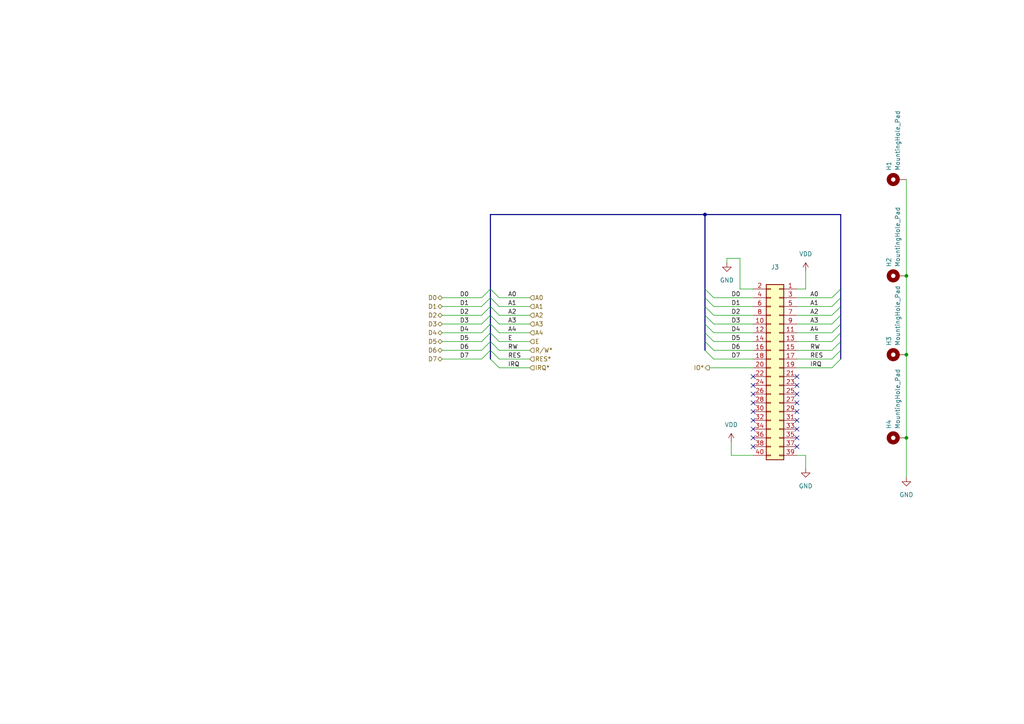
<source format=kicad_sch>
(kicad_sch
	(version 20231120)
	(generator "eeschema")
	(generator_version "8.0")
	(uuid "8686eae7-3c1a-4a76-958f-a44b15eff1a1")
	(paper "A4")
	(title_block
		(title "M8 Game Board 2.1")
		(date "2024-10-15")
	)
	(lib_symbols
		(symbol "Connector_Generic:Conn_02x20_Odd_Even"
			(pin_names
				(offset 1.016) hide)
			(exclude_from_sim no)
			(in_bom yes)
			(on_board yes)
			(property "Reference" "J"
				(at 1.27 25.4 0)
				(effects
					(font
						(size 1.27 1.27)
					)
				)
			)
			(property "Value" "Conn_02x20_Odd_Even"
				(at 1.27 -27.94 0)
				(effects
					(font
						(size 1.27 1.27)
					)
				)
			)
			(property "Footprint" ""
				(at 0 0 0)
				(effects
					(font
						(size 1.27 1.27)
					)
					(hide yes)
				)
			)
			(property "Datasheet" "~"
				(at 0 0 0)
				(effects
					(font
						(size 1.27 1.27)
					)
					(hide yes)
				)
			)
			(property "Description" "Generic connector, double row, 02x20, odd/even pin numbering scheme (row 1 odd numbers, row 2 even numbers), script generated (kicad-library-utils/schlib/autogen/connector/)"
				(at 0 0 0)
				(effects
					(font
						(size 1.27 1.27)
					)
					(hide yes)
				)
			)
			(property "ki_keywords" "connector"
				(at 0 0 0)
				(effects
					(font
						(size 1.27 1.27)
					)
					(hide yes)
				)
			)
			(property "ki_fp_filters" "Connector*:*_2x??_*"
				(at 0 0 0)
				(effects
					(font
						(size 1.27 1.27)
					)
					(hide yes)
				)
			)
			(symbol "Conn_02x20_Odd_Even_1_1"
				(rectangle
					(start -1.27 -25.273)
					(end 0 -25.527)
					(stroke
						(width 0.1524)
						(type default)
					)
					(fill
						(type none)
					)
				)
				(rectangle
					(start -1.27 -22.733)
					(end 0 -22.987)
					(stroke
						(width 0.1524)
						(type default)
					)
					(fill
						(type none)
					)
				)
				(rectangle
					(start -1.27 -20.193)
					(end 0 -20.447)
					(stroke
						(width 0.1524)
						(type default)
					)
					(fill
						(type none)
					)
				)
				(rectangle
					(start -1.27 -17.653)
					(end 0 -17.907)
					(stroke
						(width 0.1524)
						(type default)
					)
					(fill
						(type none)
					)
				)
				(rectangle
					(start -1.27 -15.113)
					(end 0 -15.367)
					(stroke
						(width 0.1524)
						(type default)
					)
					(fill
						(type none)
					)
				)
				(rectangle
					(start -1.27 -12.573)
					(end 0 -12.827)
					(stroke
						(width 0.1524)
						(type default)
					)
					(fill
						(type none)
					)
				)
				(rectangle
					(start -1.27 -10.033)
					(end 0 -10.287)
					(stroke
						(width 0.1524)
						(type default)
					)
					(fill
						(type none)
					)
				)
				(rectangle
					(start -1.27 -7.493)
					(end 0 -7.747)
					(stroke
						(width 0.1524)
						(type default)
					)
					(fill
						(type none)
					)
				)
				(rectangle
					(start -1.27 -4.953)
					(end 0 -5.207)
					(stroke
						(width 0.1524)
						(type default)
					)
					(fill
						(type none)
					)
				)
				(rectangle
					(start -1.27 -2.413)
					(end 0 -2.667)
					(stroke
						(width 0.1524)
						(type default)
					)
					(fill
						(type none)
					)
				)
				(rectangle
					(start -1.27 0.127)
					(end 0 -0.127)
					(stroke
						(width 0.1524)
						(type default)
					)
					(fill
						(type none)
					)
				)
				(rectangle
					(start -1.27 2.667)
					(end 0 2.413)
					(stroke
						(width 0.1524)
						(type default)
					)
					(fill
						(type none)
					)
				)
				(rectangle
					(start -1.27 5.207)
					(end 0 4.953)
					(stroke
						(width 0.1524)
						(type default)
					)
					(fill
						(type none)
					)
				)
				(rectangle
					(start -1.27 7.747)
					(end 0 7.493)
					(stroke
						(width 0.1524)
						(type default)
					)
					(fill
						(type none)
					)
				)
				(rectangle
					(start -1.27 10.287)
					(end 0 10.033)
					(stroke
						(width 0.1524)
						(type default)
					)
					(fill
						(type none)
					)
				)
				(rectangle
					(start -1.27 12.827)
					(end 0 12.573)
					(stroke
						(width 0.1524)
						(type default)
					)
					(fill
						(type none)
					)
				)
				(rectangle
					(start -1.27 15.367)
					(end 0 15.113)
					(stroke
						(width 0.1524)
						(type default)
					)
					(fill
						(type none)
					)
				)
				(rectangle
					(start -1.27 17.907)
					(end 0 17.653)
					(stroke
						(width 0.1524)
						(type default)
					)
					(fill
						(type none)
					)
				)
				(rectangle
					(start -1.27 20.447)
					(end 0 20.193)
					(stroke
						(width 0.1524)
						(type default)
					)
					(fill
						(type none)
					)
				)
				(rectangle
					(start -1.27 22.987)
					(end 0 22.733)
					(stroke
						(width 0.1524)
						(type default)
					)
					(fill
						(type none)
					)
				)
				(rectangle
					(start -1.27 24.13)
					(end 3.81 -26.67)
					(stroke
						(width 0.254)
						(type default)
					)
					(fill
						(type background)
					)
				)
				(rectangle
					(start 3.81 -25.273)
					(end 2.54 -25.527)
					(stroke
						(width 0.1524)
						(type default)
					)
					(fill
						(type none)
					)
				)
				(rectangle
					(start 3.81 -22.733)
					(end 2.54 -22.987)
					(stroke
						(width 0.1524)
						(type default)
					)
					(fill
						(type none)
					)
				)
				(rectangle
					(start 3.81 -20.193)
					(end 2.54 -20.447)
					(stroke
						(width 0.1524)
						(type default)
					)
					(fill
						(type none)
					)
				)
				(rectangle
					(start 3.81 -17.653)
					(end 2.54 -17.907)
					(stroke
						(width 0.1524)
						(type default)
					)
					(fill
						(type none)
					)
				)
				(rectangle
					(start 3.81 -15.113)
					(end 2.54 -15.367)
					(stroke
						(width 0.1524)
						(type default)
					)
					(fill
						(type none)
					)
				)
				(rectangle
					(start 3.81 -12.573)
					(end 2.54 -12.827)
					(stroke
						(width 0.1524)
						(type default)
					)
					(fill
						(type none)
					)
				)
				(rectangle
					(start 3.81 -10.033)
					(end 2.54 -10.287)
					(stroke
						(width 0.1524)
						(type default)
					)
					(fill
						(type none)
					)
				)
				(rectangle
					(start 3.81 -7.493)
					(end 2.54 -7.747)
					(stroke
						(width 0.1524)
						(type default)
					)
					(fill
						(type none)
					)
				)
				(rectangle
					(start 3.81 -4.953)
					(end 2.54 -5.207)
					(stroke
						(width 0.1524)
						(type default)
					)
					(fill
						(type none)
					)
				)
				(rectangle
					(start 3.81 -2.413)
					(end 2.54 -2.667)
					(stroke
						(width 0.1524)
						(type default)
					)
					(fill
						(type none)
					)
				)
				(rectangle
					(start 3.81 0.127)
					(end 2.54 -0.127)
					(stroke
						(width 0.1524)
						(type default)
					)
					(fill
						(type none)
					)
				)
				(rectangle
					(start 3.81 2.667)
					(end 2.54 2.413)
					(stroke
						(width 0.1524)
						(type default)
					)
					(fill
						(type none)
					)
				)
				(rectangle
					(start 3.81 5.207)
					(end 2.54 4.953)
					(stroke
						(width 0.1524)
						(type default)
					)
					(fill
						(type none)
					)
				)
				(rectangle
					(start 3.81 7.747)
					(end 2.54 7.493)
					(stroke
						(width 0.1524)
						(type default)
					)
					(fill
						(type none)
					)
				)
				(rectangle
					(start 3.81 10.287)
					(end 2.54 10.033)
					(stroke
						(width 0.1524)
						(type default)
					)
					(fill
						(type none)
					)
				)
				(rectangle
					(start 3.81 12.827)
					(end 2.54 12.573)
					(stroke
						(width 0.1524)
						(type default)
					)
					(fill
						(type none)
					)
				)
				(rectangle
					(start 3.81 15.367)
					(end 2.54 15.113)
					(stroke
						(width 0.1524)
						(type default)
					)
					(fill
						(type none)
					)
				)
				(rectangle
					(start 3.81 17.907)
					(end 2.54 17.653)
					(stroke
						(width 0.1524)
						(type default)
					)
					(fill
						(type none)
					)
				)
				(rectangle
					(start 3.81 20.447)
					(end 2.54 20.193)
					(stroke
						(width 0.1524)
						(type default)
					)
					(fill
						(type none)
					)
				)
				(rectangle
					(start 3.81 22.987)
					(end 2.54 22.733)
					(stroke
						(width 0.1524)
						(type default)
					)
					(fill
						(type none)
					)
				)
				(pin passive line
					(at -5.08 22.86 0)
					(length 3.81)
					(name "Pin_1"
						(effects
							(font
								(size 1.27 1.27)
							)
						)
					)
					(number "1"
						(effects
							(font
								(size 1.27 1.27)
							)
						)
					)
				)
				(pin passive line
					(at 7.62 12.7 180)
					(length 3.81)
					(name "Pin_10"
						(effects
							(font
								(size 1.27 1.27)
							)
						)
					)
					(number "10"
						(effects
							(font
								(size 1.27 1.27)
							)
						)
					)
				)
				(pin passive line
					(at -5.08 10.16 0)
					(length 3.81)
					(name "Pin_11"
						(effects
							(font
								(size 1.27 1.27)
							)
						)
					)
					(number "11"
						(effects
							(font
								(size 1.27 1.27)
							)
						)
					)
				)
				(pin passive line
					(at 7.62 10.16 180)
					(length 3.81)
					(name "Pin_12"
						(effects
							(font
								(size 1.27 1.27)
							)
						)
					)
					(number "12"
						(effects
							(font
								(size 1.27 1.27)
							)
						)
					)
				)
				(pin passive line
					(at -5.08 7.62 0)
					(length 3.81)
					(name "Pin_13"
						(effects
							(font
								(size 1.27 1.27)
							)
						)
					)
					(number "13"
						(effects
							(font
								(size 1.27 1.27)
							)
						)
					)
				)
				(pin passive line
					(at 7.62 7.62 180)
					(length 3.81)
					(name "Pin_14"
						(effects
							(font
								(size 1.27 1.27)
							)
						)
					)
					(number "14"
						(effects
							(font
								(size 1.27 1.27)
							)
						)
					)
				)
				(pin passive line
					(at -5.08 5.08 0)
					(length 3.81)
					(name "Pin_15"
						(effects
							(font
								(size 1.27 1.27)
							)
						)
					)
					(number "15"
						(effects
							(font
								(size 1.27 1.27)
							)
						)
					)
				)
				(pin passive line
					(at 7.62 5.08 180)
					(length 3.81)
					(name "Pin_16"
						(effects
							(font
								(size 1.27 1.27)
							)
						)
					)
					(number "16"
						(effects
							(font
								(size 1.27 1.27)
							)
						)
					)
				)
				(pin passive line
					(at -5.08 2.54 0)
					(length 3.81)
					(name "Pin_17"
						(effects
							(font
								(size 1.27 1.27)
							)
						)
					)
					(number "17"
						(effects
							(font
								(size 1.27 1.27)
							)
						)
					)
				)
				(pin passive line
					(at 7.62 2.54 180)
					(length 3.81)
					(name "Pin_18"
						(effects
							(font
								(size 1.27 1.27)
							)
						)
					)
					(number "18"
						(effects
							(font
								(size 1.27 1.27)
							)
						)
					)
				)
				(pin passive line
					(at -5.08 0 0)
					(length 3.81)
					(name "Pin_19"
						(effects
							(font
								(size 1.27 1.27)
							)
						)
					)
					(number "19"
						(effects
							(font
								(size 1.27 1.27)
							)
						)
					)
				)
				(pin passive line
					(at 7.62 22.86 180)
					(length 3.81)
					(name "Pin_2"
						(effects
							(font
								(size 1.27 1.27)
							)
						)
					)
					(number "2"
						(effects
							(font
								(size 1.27 1.27)
							)
						)
					)
				)
				(pin passive line
					(at 7.62 0 180)
					(length 3.81)
					(name "Pin_20"
						(effects
							(font
								(size 1.27 1.27)
							)
						)
					)
					(number "20"
						(effects
							(font
								(size 1.27 1.27)
							)
						)
					)
				)
				(pin passive line
					(at -5.08 -2.54 0)
					(length 3.81)
					(name "Pin_21"
						(effects
							(font
								(size 1.27 1.27)
							)
						)
					)
					(number "21"
						(effects
							(font
								(size 1.27 1.27)
							)
						)
					)
				)
				(pin passive line
					(at 7.62 -2.54 180)
					(length 3.81)
					(name "Pin_22"
						(effects
							(font
								(size 1.27 1.27)
							)
						)
					)
					(number "22"
						(effects
							(font
								(size 1.27 1.27)
							)
						)
					)
				)
				(pin passive line
					(at -5.08 -5.08 0)
					(length 3.81)
					(name "Pin_23"
						(effects
							(font
								(size 1.27 1.27)
							)
						)
					)
					(number "23"
						(effects
							(font
								(size 1.27 1.27)
							)
						)
					)
				)
				(pin passive line
					(at 7.62 -5.08 180)
					(length 3.81)
					(name "Pin_24"
						(effects
							(font
								(size 1.27 1.27)
							)
						)
					)
					(number "24"
						(effects
							(font
								(size 1.27 1.27)
							)
						)
					)
				)
				(pin passive line
					(at -5.08 -7.62 0)
					(length 3.81)
					(name "Pin_25"
						(effects
							(font
								(size 1.27 1.27)
							)
						)
					)
					(number "25"
						(effects
							(font
								(size 1.27 1.27)
							)
						)
					)
				)
				(pin passive line
					(at 7.62 -7.62 180)
					(length 3.81)
					(name "Pin_26"
						(effects
							(font
								(size 1.27 1.27)
							)
						)
					)
					(number "26"
						(effects
							(font
								(size 1.27 1.27)
							)
						)
					)
				)
				(pin passive line
					(at -5.08 -10.16 0)
					(length 3.81)
					(name "Pin_27"
						(effects
							(font
								(size 1.27 1.27)
							)
						)
					)
					(number "27"
						(effects
							(font
								(size 1.27 1.27)
							)
						)
					)
				)
				(pin passive line
					(at 7.62 -10.16 180)
					(length 3.81)
					(name "Pin_28"
						(effects
							(font
								(size 1.27 1.27)
							)
						)
					)
					(number "28"
						(effects
							(font
								(size 1.27 1.27)
							)
						)
					)
				)
				(pin passive line
					(at -5.08 -12.7 0)
					(length 3.81)
					(name "Pin_29"
						(effects
							(font
								(size 1.27 1.27)
							)
						)
					)
					(number "29"
						(effects
							(font
								(size 1.27 1.27)
							)
						)
					)
				)
				(pin passive line
					(at -5.08 20.32 0)
					(length 3.81)
					(name "Pin_3"
						(effects
							(font
								(size 1.27 1.27)
							)
						)
					)
					(number "3"
						(effects
							(font
								(size 1.27 1.27)
							)
						)
					)
				)
				(pin passive line
					(at 7.62 -12.7 180)
					(length 3.81)
					(name "Pin_30"
						(effects
							(font
								(size 1.27 1.27)
							)
						)
					)
					(number "30"
						(effects
							(font
								(size 1.27 1.27)
							)
						)
					)
				)
				(pin passive line
					(at -5.08 -15.24 0)
					(length 3.81)
					(name "Pin_31"
						(effects
							(font
								(size 1.27 1.27)
							)
						)
					)
					(number "31"
						(effects
							(font
								(size 1.27 1.27)
							)
						)
					)
				)
				(pin passive line
					(at 7.62 -15.24 180)
					(length 3.81)
					(name "Pin_32"
						(effects
							(font
								(size 1.27 1.27)
							)
						)
					)
					(number "32"
						(effects
							(font
								(size 1.27 1.27)
							)
						)
					)
				)
				(pin passive line
					(at -5.08 -17.78 0)
					(length 3.81)
					(name "Pin_33"
						(effects
							(font
								(size 1.27 1.27)
							)
						)
					)
					(number "33"
						(effects
							(font
								(size 1.27 1.27)
							)
						)
					)
				)
				(pin passive line
					(at 7.62 -17.78 180)
					(length 3.81)
					(name "Pin_34"
						(effects
							(font
								(size 1.27 1.27)
							)
						)
					)
					(number "34"
						(effects
							(font
								(size 1.27 1.27)
							)
						)
					)
				)
				(pin passive line
					(at -5.08 -20.32 0)
					(length 3.81)
					(name "Pin_35"
						(effects
							(font
								(size 1.27 1.27)
							)
						)
					)
					(number "35"
						(effects
							(font
								(size 1.27 1.27)
							)
						)
					)
				)
				(pin passive line
					(at 7.62 -20.32 180)
					(length 3.81)
					(name "Pin_36"
						(effects
							(font
								(size 1.27 1.27)
							)
						)
					)
					(number "36"
						(effects
							(font
								(size 1.27 1.27)
							)
						)
					)
				)
				(pin passive line
					(at -5.08 -22.86 0)
					(length 3.81)
					(name "Pin_37"
						(effects
							(font
								(size 1.27 1.27)
							)
						)
					)
					(number "37"
						(effects
							(font
								(size 1.27 1.27)
							)
						)
					)
				)
				(pin passive line
					(at 7.62 -22.86 180)
					(length 3.81)
					(name "Pin_38"
						(effects
							(font
								(size 1.27 1.27)
							)
						)
					)
					(number "38"
						(effects
							(font
								(size 1.27 1.27)
							)
						)
					)
				)
				(pin passive line
					(at -5.08 -25.4 0)
					(length 3.81)
					(name "Pin_39"
						(effects
							(font
								(size 1.27 1.27)
							)
						)
					)
					(number "39"
						(effects
							(font
								(size 1.27 1.27)
							)
						)
					)
				)
				(pin passive line
					(at 7.62 20.32 180)
					(length 3.81)
					(name "Pin_4"
						(effects
							(font
								(size 1.27 1.27)
							)
						)
					)
					(number "4"
						(effects
							(font
								(size 1.27 1.27)
							)
						)
					)
				)
				(pin passive line
					(at 7.62 -25.4 180)
					(length 3.81)
					(name "Pin_40"
						(effects
							(font
								(size 1.27 1.27)
							)
						)
					)
					(number "40"
						(effects
							(font
								(size 1.27 1.27)
							)
						)
					)
				)
				(pin passive line
					(at -5.08 17.78 0)
					(length 3.81)
					(name "Pin_5"
						(effects
							(font
								(size 1.27 1.27)
							)
						)
					)
					(number "5"
						(effects
							(font
								(size 1.27 1.27)
							)
						)
					)
				)
				(pin passive line
					(at 7.62 17.78 180)
					(length 3.81)
					(name "Pin_6"
						(effects
							(font
								(size 1.27 1.27)
							)
						)
					)
					(number "6"
						(effects
							(font
								(size 1.27 1.27)
							)
						)
					)
				)
				(pin passive line
					(at -5.08 15.24 0)
					(length 3.81)
					(name "Pin_7"
						(effects
							(font
								(size 1.27 1.27)
							)
						)
					)
					(number "7"
						(effects
							(font
								(size 1.27 1.27)
							)
						)
					)
				)
				(pin passive line
					(at 7.62 15.24 180)
					(length 3.81)
					(name "Pin_8"
						(effects
							(font
								(size 1.27 1.27)
							)
						)
					)
					(number "8"
						(effects
							(font
								(size 1.27 1.27)
							)
						)
					)
				)
				(pin passive line
					(at -5.08 12.7 0)
					(length 3.81)
					(name "Pin_9"
						(effects
							(font
								(size 1.27 1.27)
							)
						)
					)
					(number "9"
						(effects
							(font
								(size 1.27 1.27)
							)
						)
					)
				)
			)
		)
		(symbol "Mechanical:MountingHole_Pad"
			(pin_numbers hide)
			(pin_names
				(offset 1.016) hide)
			(exclude_from_sim no)
			(in_bom yes)
			(on_board yes)
			(property "Reference" "H"
				(at 0 6.35 0)
				(effects
					(font
						(size 1.27 1.27)
					)
				)
			)
			(property "Value" "MountingHole_Pad"
				(at 0 4.445 0)
				(effects
					(font
						(size 1.27 1.27)
					)
				)
			)
			(property "Footprint" ""
				(at 0 0 0)
				(effects
					(font
						(size 1.27 1.27)
					)
					(hide yes)
				)
			)
			(property "Datasheet" "~"
				(at 0 0 0)
				(effects
					(font
						(size 1.27 1.27)
					)
					(hide yes)
				)
			)
			(property "Description" "Mounting Hole with connection"
				(at 0 0 0)
				(effects
					(font
						(size 1.27 1.27)
					)
					(hide yes)
				)
			)
			(property "ki_keywords" "mounting hole"
				(at 0 0 0)
				(effects
					(font
						(size 1.27 1.27)
					)
					(hide yes)
				)
			)
			(property "ki_fp_filters" "MountingHole*Pad*"
				(at 0 0 0)
				(effects
					(font
						(size 1.27 1.27)
					)
					(hide yes)
				)
			)
			(symbol "MountingHole_Pad_0_1"
				(circle
					(center 0 1.27)
					(radius 1.27)
					(stroke
						(width 1.27)
						(type default)
					)
					(fill
						(type none)
					)
				)
			)
			(symbol "MountingHole_Pad_1_1"
				(pin input line
					(at 0 -2.54 90)
					(length 2.54)
					(name "1"
						(effects
							(font
								(size 1.27 1.27)
							)
						)
					)
					(number "1"
						(effects
							(font
								(size 1.27 1.27)
							)
						)
					)
				)
			)
		)
		(symbol "power:GND"
			(power)
			(pin_names
				(offset 0)
			)
			(exclude_from_sim no)
			(in_bom yes)
			(on_board yes)
			(property "Reference" "#PWR"
				(at 0 -6.35 0)
				(effects
					(font
						(size 1.27 1.27)
					)
					(hide yes)
				)
			)
			(property "Value" "GND"
				(at 0 -3.81 0)
				(effects
					(font
						(size 1.27 1.27)
					)
				)
			)
			(property "Footprint" ""
				(at 0 0 0)
				(effects
					(font
						(size 1.27 1.27)
					)
					(hide yes)
				)
			)
			(property "Datasheet" ""
				(at 0 0 0)
				(effects
					(font
						(size 1.27 1.27)
					)
					(hide yes)
				)
			)
			(property "Description" "Power symbol creates a global label with name \"GND\" , ground"
				(at 0 0 0)
				(effects
					(font
						(size 1.27 1.27)
					)
					(hide yes)
				)
			)
			(property "ki_keywords" "power-flag"
				(at 0 0 0)
				(effects
					(font
						(size 1.27 1.27)
					)
					(hide yes)
				)
			)
			(symbol "GND_0_1"
				(polyline
					(pts
						(xy 0 0) (xy 0 -1.27) (xy 1.27 -1.27) (xy 0 -2.54) (xy -1.27 -1.27) (xy 0 -1.27)
					)
					(stroke
						(width 0)
						(type default)
					)
					(fill
						(type none)
					)
				)
			)
			(symbol "GND_1_1"
				(pin power_in line
					(at 0 0 270)
					(length 0) hide
					(name "GND"
						(effects
							(font
								(size 1.27 1.27)
							)
						)
					)
					(number "1"
						(effects
							(font
								(size 1.27 1.27)
							)
						)
					)
				)
			)
		)
		(symbol "power:VDD"
			(power)
			(pin_names
				(offset 0)
			)
			(exclude_from_sim no)
			(in_bom yes)
			(on_board yes)
			(property "Reference" "#PWR"
				(at 0 -3.81 0)
				(effects
					(font
						(size 1.27 1.27)
					)
					(hide yes)
				)
			)
			(property "Value" "VDD"
				(at 0 3.81 0)
				(effects
					(font
						(size 1.27 1.27)
					)
				)
			)
			(property "Footprint" ""
				(at 0 0 0)
				(effects
					(font
						(size 1.27 1.27)
					)
					(hide yes)
				)
			)
			(property "Datasheet" ""
				(at 0 0 0)
				(effects
					(font
						(size 1.27 1.27)
					)
					(hide yes)
				)
			)
			(property "Description" "Power symbol creates a global label with name \"VDD\""
				(at 0 0 0)
				(effects
					(font
						(size 1.27 1.27)
					)
					(hide yes)
				)
			)
			(property "ki_keywords" "power-flag"
				(at 0 0 0)
				(effects
					(font
						(size 1.27 1.27)
					)
					(hide yes)
				)
			)
			(symbol "VDD_0_1"
				(polyline
					(pts
						(xy -0.762 1.27) (xy 0 2.54)
					)
					(stroke
						(width 0)
						(type default)
					)
					(fill
						(type none)
					)
				)
				(polyline
					(pts
						(xy 0 0) (xy 0 2.54)
					)
					(stroke
						(width 0)
						(type default)
					)
					(fill
						(type none)
					)
				)
				(polyline
					(pts
						(xy 0 2.54) (xy 0.762 1.27)
					)
					(stroke
						(width 0)
						(type default)
					)
					(fill
						(type none)
					)
				)
			)
			(symbol "VDD_1_1"
				(pin power_in line
					(at 0 0 90)
					(length 0) hide
					(name "VDD"
						(effects
							(font
								(size 1.27 1.27)
							)
						)
					)
					(number "1"
						(effects
							(font
								(size 1.27 1.27)
							)
						)
					)
				)
			)
		)
	)
	(junction
		(at 262.89 80.01)
		(diameter 0)
		(color 0 0 0 0)
		(uuid "217e94c6-ed64-4988-a516-229d061e9ba7")
	)
	(junction
		(at 262.89 102.87)
		(diameter 0)
		(color 0 0 0 0)
		(uuid "dcca1e4f-138c-4b31-ba99-897865e9e1f5")
	)
	(junction
		(at 204.47 62.23)
		(diameter 0)
		(color 0 0 0 0)
		(uuid "e0d8f535-4a6d-48eb-b582-4ef2cb4d2675")
	)
	(junction
		(at 262.89 127)
		(diameter 0)
		(color 0 0 0 0)
		(uuid "e77c2bd7-4cfc-43af-9981-024f6cfaa162")
	)
	(no_connect
		(at 231.14 129.54)
		(uuid "001aa4ed-a462-4df8-97ed-c984e810a33a")
	)
	(no_connect
		(at 218.44 116.84)
		(uuid "02567059-3acf-4a93-bc25-8ef6e778c9c3")
	)
	(no_connect
		(at 218.44 127)
		(uuid "17e114d7-f386-4798-bd7c-8e7210bcd8df")
	)
	(no_connect
		(at 218.44 111.76)
		(uuid "2c2b2532-7616-4a52-af12-8bd411bfe350")
	)
	(no_connect
		(at 231.14 116.84)
		(uuid "2daed055-b722-4038-8dca-e4bef30c37d8")
	)
	(no_connect
		(at 231.14 124.46)
		(uuid "34cec909-216c-47d2-9a11-b7a8c0315d23")
	)
	(no_connect
		(at 218.44 114.3)
		(uuid "42a44ec3-53a8-46dc-8e18-e9742abf182f")
	)
	(no_connect
		(at 218.44 119.38)
		(uuid "450a6696-7bf1-40e5-a09c-ffa443108e43")
	)
	(no_connect
		(at 231.14 114.3)
		(uuid "5d10d357-5a12-4437-9478-cc0e87a5b93e")
	)
	(no_connect
		(at 218.44 124.46)
		(uuid "6ce9f5ff-215d-413a-824d-0fd71d9f40f7")
	)
	(no_connect
		(at 231.14 119.38)
		(uuid "83e57db5-7f19-44fc-a0dc-2c3c8f5752af")
	)
	(no_connect
		(at 218.44 121.92)
		(uuid "8583bcba-84ff-481f-b53c-905981bf1aee")
	)
	(no_connect
		(at 218.44 109.22)
		(uuid "b0b631e0-240a-44aa-b47d-22583b893af4")
	)
	(no_connect
		(at 231.14 121.92)
		(uuid "b514f529-830f-4718-9cf7-7838b1268850")
	)
	(no_connect
		(at 231.14 127)
		(uuid "cb863e52-b990-4ac0-8178-fd42e7232f06")
	)
	(no_connect
		(at 231.14 111.76)
		(uuid "d4d48b0a-76be-4321-95fe-fb4a6fdc7e83")
	)
	(no_connect
		(at 218.44 129.54)
		(uuid "e4c45b4d-07fa-44c6-befc-df366871e989")
	)
	(no_connect
		(at 231.14 109.22)
		(uuid "ec77d5b9-fc49-42c9-9c5c-4ee78bea79c0")
	)
	(bus_entry
		(at 243.84 86.36)
		(size -2.54 2.54)
		(stroke
			(width 0)
			(type default)
		)
		(uuid "026f45b3-daf6-4827-b04f-fa5523b5c0ea")
	)
	(bus_entry
		(at 142.24 83.82)
		(size -2.54 2.54)
		(stroke
			(width 0)
			(type default)
		)
		(uuid "02e95fe9-8134-4467-bcc3-5afa1592f662")
	)
	(bus_entry
		(at 243.84 99.06)
		(size -2.54 2.54)
		(stroke
			(width 0)
			(type default)
		)
		(uuid "073e3776-8b08-4948-a274-ca4277080cbe")
	)
	(bus_entry
		(at 142.24 101.6)
		(size 2.54 2.54)
		(stroke
			(width 0)
			(type default)
		)
		(uuid "0a53d3d7-1cdf-450c-b5b5-6ceed568c933")
	)
	(bus_entry
		(at 142.24 96.52)
		(size 2.54 2.54)
		(stroke
			(width 0)
			(type default)
		)
		(uuid "0d44ac20-0dec-40ab-ae95-75298288689f")
	)
	(bus_entry
		(at 204.47 99.06)
		(size 2.54 2.54)
		(stroke
			(width 0)
			(type default)
		)
		(uuid "1a454367-1c89-44e8-849e-9ee779f536e3")
	)
	(bus_entry
		(at 142.24 96.52)
		(size -2.54 2.54)
		(stroke
			(width 0)
			(type default)
		)
		(uuid "25f6d698-7138-4434-9726-a4c6cd99e9f0")
	)
	(bus_entry
		(at 142.24 83.82)
		(size 2.54 2.54)
		(stroke
			(width 0)
			(type default)
		)
		(uuid "26dc2eba-41d5-4ac5-aa71-cabbb405bf45")
	)
	(bus_entry
		(at 142.24 101.6)
		(size -2.54 2.54)
		(stroke
			(width 0)
			(type default)
		)
		(uuid "2a329735-72a7-4182-937e-046ed420092f")
	)
	(bus_entry
		(at 142.24 86.36)
		(size 2.54 2.54)
		(stroke
			(width 0)
			(type default)
		)
		(uuid "31a30f14-4fdf-4f4a-8b20-d2495f338b33")
	)
	(bus_entry
		(at 243.84 93.98)
		(size -2.54 2.54)
		(stroke
			(width 0)
			(type default)
		)
		(uuid "31ef6169-fc04-4be2-a15b-6ae1ac213edf")
	)
	(bus_entry
		(at 204.47 101.6)
		(size 2.54 2.54)
		(stroke
			(width 0)
			(type default)
		)
		(uuid "3f446511-7b67-4389-bd9f-1f687e02a0b8")
	)
	(bus_entry
		(at 142.24 91.44)
		(size 2.54 2.54)
		(stroke
			(width 0)
			(type default)
		)
		(uuid "4dedeced-0a21-4533-96e6-f62e6e80a053")
	)
	(bus_entry
		(at 204.47 88.9)
		(size 2.54 2.54)
		(stroke
			(width 0)
			(type default)
		)
		(uuid "4e611a44-0cc2-44d7-92c6-82f7a6f2bfd4")
	)
	(bus_entry
		(at 243.84 104.14)
		(size -2.54 2.54)
		(stroke
			(width 0)
			(type default)
		)
		(uuid "4f410398-1b0b-4ea8-a6c0-efefc4a30ce2")
	)
	(bus_entry
		(at 142.24 99.06)
		(size -2.54 2.54)
		(stroke
			(width 0)
			(type default)
		)
		(uuid "6b724bf4-a116-4880-bd55-885311e464f1")
	)
	(bus_entry
		(at 142.24 88.9)
		(size -2.54 2.54)
		(stroke
			(width 0)
			(type default)
		)
		(uuid "6bcf5277-8f78-4d76-a107-1313d363cd32")
	)
	(bus_entry
		(at 243.84 91.44)
		(size -2.54 2.54)
		(stroke
			(width 0)
			(type default)
		)
		(uuid "75f70bce-e796-4292-8bff-90d7f05310fd")
	)
	(bus_entry
		(at 142.24 86.36)
		(size -2.54 2.54)
		(stroke
			(width 0)
			(type default)
		)
		(uuid "7ce9bc5c-62bb-4113-8462-249d7a6c7fd6")
	)
	(bus_entry
		(at 243.84 83.82)
		(size -2.54 2.54)
		(stroke
			(width 0)
			(type default)
		)
		(uuid "89bcf57d-0bb8-473a-8fb6-f5692cfa66a1")
	)
	(bus_entry
		(at 142.24 91.44)
		(size -2.54 2.54)
		(stroke
			(width 0)
			(type default)
		)
		(uuid "9117ad1f-5068-4e9c-81bb-45e1310fd6bd")
	)
	(bus_entry
		(at 204.47 83.82)
		(size 2.54 2.54)
		(stroke
			(width 0)
			(type default)
		)
		(uuid "9d1a80cd-e321-4445-82b1-18e049b743e5")
	)
	(bus_entry
		(at 204.47 86.36)
		(size 2.54 2.54)
		(stroke
			(width 0)
			(type default)
		)
		(uuid "a16b9f54-085f-48fe-af2b-56961b58b47b")
	)
	(bus_entry
		(at 204.47 91.44)
		(size 2.54 2.54)
		(stroke
			(width 0)
			(type default)
		)
		(uuid "a19d3946-d9fa-4ac8-8570-17e9273122ce")
	)
	(bus_entry
		(at 142.24 99.06)
		(size 2.54 2.54)
		(stroke
			(width 0)
			(type default)
		)
		(uuid "a2633c88-796c-4166-9adb-b1a61be27eee")
	)
	(bus_entry
		(at 142.24 88.9)
		(size 2.54 2.54)
		(stroke
			(width 0)
			(type default)
		)
		(uuid "a5c9a67c-bd09-4791-8d74-355304f4d5c2")
	)
	(bus_entry
		(at 243.84 96.52)
		(size -2.54 2.54)
		(stroke
			(width 0)
			(type default)
		)
		(uuid "a69f5935-f363-45ce-8a54-0343fa2bc569")
	)
	(bus_entry
		(at 142.24 104.14)
		(size 2.54 2.54)
		(stroke
			(width 0)
			(type default)
		)
		(uuid "c516d05f-5c65-4e16-a13b-8983b9fcaa3f")
	)
	(bus_entry
		(at 243.84 88.9)
		(size -2.54 2.54)
		(stroke
			(width 0)
			(type default)
		)
		(uuid "c982eee8-0499-4c8a-b1f7-64466af42146")
	)
	(bus_entry
		(at 243.84 101.6)
		(size -2.54 2.54)
		(stroke
			(width 0)
			(type default)
		)
		(uuid "d16e5ffd-b39b-4dd8-a55e-110e46c1c9d7")
	)
	(bus_entry
		(at 142.24 93.98)
		(size -2.54 2.54)
		(stroke
			(width 0)
			(type default)
		)
		(uuid "d243d148-5e6f-4c93-bb1e-b4cae4945bf3")
	)
	(bus_entry
		(at 142.24 93.98)
		(size 2.54 2.54)
		(stroke
			(width 0)
			(type default)
		)
		(uuid "d2cec576-428a-443b-9c87-a85886fdcaa7")
	)
	(bus_entry
		(at 204.47 96.52)
		(size 2.54 2.54)
		(stroke
			(width 0)
			(type default)
		)
		(uuid "dc1d53b3-6cf7-42bc-837b-dab557107328")
	)
	(bus_entry
		(at 204.47 93.98)
		(size 2.54 2.54)
		(stroke
			(width 0)
			(type default)
		)
		(uuid "ea150791-d1c2-4250-87db-ba096399402d")
	)
	(bus
		(pts
			(xy 142.24 86.36) (xy 142.24 83.82)
		)
		(stroke
			(width 0)
			(type default)
		)
		(uuid "03001aad-fa18-4d26-887e-bfc7207e9c94")
	)
	(wire
		(pts
			(xy 207.01 88.9) (xy 218.44 88.9)
		)
		(stroke
			(width 0)
			(type default)
		)
		(uuid "0490f508-4f65-4acb-b576-e5ae4dfcb225")
	)
	(wire
		(pts
			(xy 212.09 132.08) (xy 218.44 132.08)
		)
		(stroke
			(width 0)
			(type default)
		)
		(uuid "06008170-7bbb-4dbf-9cc6-f4f71c6e1f2a")
	)
	(wire
		(pts
			(xy 231.14 104.14) (xy 241.3 104.14)
		)
		(stroke
			(width 0)
			(type default)
		)
		(uuid "07fbf78d-d7d2-4dee-95aa-02b6682e55e4")
	)
	(bus
		(pts
			(xy 142.24 83.82) (xy 142.24 62.23)
		)
		(stroke
			(width 0)
			(type default)
		)
		(uuid "095bcefa-f943-46dd-b0c4-5ccef68014a8")
	)
	(wire
		(pts
			(xy 231.14 96.52) (xy 241.3 96.52)
		)
		(stroke
			(width 0)
			(type default)
		)
		(uuid "0a71a03b-1007-4da6-896b-0c4e0b7c66e1")
	)
	(wire
		(pts
			(xy 231.14 106.68) (xy 241.3 106.68)
		)
		(stroke
			(width 0)
			(type default)
		)
		(uuid "0f732d56-1ef4-4437-8e4d-a9be3e0355e2")
	)
	(bus
		(pts
			(xy 243.84 91.44) (xy 243.84 88.9)
		)
		(stroke
			(width 0)
			(type default)
		)
		(uuid "14206734-fa66-428b-8dcb-6ca9fc242a7f")
	)
	(bus
		(pts
			(xy 243.84 86.36) (xy 243.84 83.82)
		)
		(stroke
			(width 0)
			(type default)
		)
		(uuid "14c70fc2-457e-41d5-abca-8556000b8b7c")
	)
	(bus
		(pts
			(xy 142.24 104.14) (xy 142.24 101.6)
		)
		(stroke
			(width 0)
			(type default)
		)
		(uuid "2165bcdd-65f8-4a7f-9833-426e07b2a9b9")
	)
	(wire
		(pts
			(xy 207.01 96.52) (xy 218.44 96.52)
		)
		(stroke
			(width 0)
			(type default)
		)
		(uuid "29905a91-9175-44bb-8f90-6de5e279a7d7")
	)
	(wire
		(pts
			(xy 210.82 74.93) (xy 214.63 74.93)
		)
		(stroke
			(width 0)
			(type default)
		)
		(uuid "2cb2d979-7151-4005-aa48-e3230a045820")
	)
	(bus
		(pts
			(xy 142.24 91.44) (xy 142.24 88.9)
		)
		(stroke
			(width 0)
			(type default)
		)
		(uuid "2d61ebaf-aa1f-4ae8-b389-abc70caff096")
	)
	(bus
		(pts
			(xy 204.47 93.98) (xy 204.47 91.44)
		)
		(stroke
			(width 0)
			(type default)
		)
		(uuid "2dfa3d42-a18b-4cd5-80f5-7732749f3874")
	)
	(wire
		(pts
			(xy 212.09 128.27) (xy 212.09 132.08)
		)
		(stroke
			(width 0)
			(type default)
		)
		(uuid "2dfeafab-05f9-4fe4-ab03-ec5130d297ec")
	)
	(wire
		(pts
			(xy 233.68 132.08) (xy 231.14 132.08)
		)
		(stroke
			(width 0)
			(type default)
		)
		(uuid "2eb6ae2b-3cd7-4ef2-b2d9-4097055a7c1a")
	)
	(wire
		(pts
			(xy 214.63 83.82) (xy 218.44 83.82)
		)
		(stroke
			(width 0)
			(type default)
		)
		(uuid "30277e91-23f1-4220-9404-de3a2b314120")
	)
	(wire
		(pts
			(xy 144.78 88.9) (xy 153.67 88.9)
		)
		(stroke
			(width 0)
			(type default)
		)
		(uuid "31948bbf-ed49-4077-a860-29086785f5a8")
	)
	(bus
		(pts
			(xy 243.84 88.9) (xy 243.84 86.36)
		)
		(stroke
			(width 0)
			(type default)
		)
		(uuid "366eaeea-ff76-4139-b1a3-b290ef6b90ab")
	)
	(wire
		(pts
			(xy 144.78 101.6) (xy 153.67 101.6)
		)
		(stroke
			(width 0)
			(type default)
		)
		(uuid "381ca88e-c25f-4661-bc09-16c51b36a2d9")
	)
	(bus
		(pts
			(xy 243.84 99.06) (xy 243.84 96.52)
		)
		(stroke
			(width 0)
			(type default)
		)
		(uuid "385365bd-f9f0-4c29-b87a-65f5fbe15c9f")
	)
	(wire
		(pts
			(xy 231.14 88.9) (xy 241.3 88.9)
		)
		(stroke
			(width 0)
			(type default)
		)
		(uuid "3938abe5-06a5-41f3-b9e9-351d1cdee098")
	)
	(wire
		(pts
			(xy 144.78 96.52) (xy 153.67 96.52)
		)
		(stroke
			(width 0)
			(type default)
		)
		(uuid "3b06b567-b4c0-4951-bf7c-b7e6c8e7beeb")
	)
	(wire
		(pts
			(xy 207.01 104.14) (xy 218.44 104.14)
		)
		(stroke
			(width 0)
			(type default)
		)
		(uuid "3f715a90-9bf6-4212-b69a-0d775b25a481")
	)
	(wire
		(pts
			(xy 207.01 101.6) (xy 218.44 101.6)
		)
		(stroke
			(width 0)
			(type default)
		)
		(uuid "43502c96-d2bd-4d61-b158-0e8ae872272c")
	)
	(wire
		(pts
			(xy 144.78 86.36) (xy 153.67 86.36)
		)
		(stroke
			(width 0)
			(type default)
		)
		(uuid "4468569a-027c-432c-bf2f-d1a02b6a8ea2")
	)
	(wire
		(pts
			(xy 205.74 106.68) (xy 218.44 106.68)
		)
		(stroke
			(width 0)
			(type default)
		)
		(uuid "486af068-6521-4fd5-a611-d80ba64be2f0")
	)
	(wire
		(pts
			(xy 128.27 88.9) (xy 139.7 88.9)
		)
		(stroke
			(width 0)
			(type default)
		)
		(uuid "557d14c7-fce2-44ce-a7ba-61903b538bc3")
	)
	(wire
		(pts
			(xy 231.14 101.6) (xy 241.3 101.6)
		)
		(stroke
			(width 0)
			(type default)
		)
		(uuid "6139251f-84ee-4d7a-bec7-f913d580c449")
	)
	(wire
		(pts
			(xy 262.89 80.01) (xy 262.89 102.87)
		)
		(stroke
			(width 0)
			(type default)
		)
		(uuid "616e0302-be3c-45d1-ad9f-b054b5e29c40")
	)
	(bus
		(pts
			(xy 204.47 86.36) (xy 204.47 83.82)
		)
		(stroke
			(width 0)
			(type default)
		)
		(uuid "629d213b-9379-426f-b028-c30e423c33f4")
	)
	(wire
		(pts
			(xy 128.27 104.14) (xy 139.7 104.14)
		)
		(stroke
			(width 0)
			(type default)
		)
		(uuid "65b00181-9fab-4c49-9c3b-c289bb80c0a0")
	)
	(wire
		(pts
			(xy 207.01 93.98) (xy 218.44 93.98)
		)
		(stroke
			(width 0)
			(type default)
		)
		(uuid "67cc5707-1acd-4227-a28a-174f4ec8071f")
	)
	(bus
		(pts
			(xy 204.47 93.98) (xy 204.47 96.52)
		)
		(stroke
			(width 0)
			(type default)
		)
		(uuid "6bbd1877-bb2e-4c89-a2f2-6eae114b72a5")
	)
	(bus
		(pts
			(xy 204.47 101.6) (xy 204.47 99.06)
		)
		(stroke
			(width 0)
			(type default)
		)
		(uuid "6e301da0-4529-4291-ade5-a5c1f1bca619")
	)
	(wire
		(pts
			(xy 144.78 104.14) (xy 153.67 104.14)
		)
		(stroke
			(width 0)
			(type default)
		)
		(uuid "710aa302-c08b-49a6-ae64-eb8d40cfc0b4")
	)
	(wire
		(pts
			(xy 128.27 99.06) (xy 139.7 99.06)
		)
		(stroke
			(width 0)
			(type default)
		)
		(uuid "7273ca85-952e-4495-a464-ca91856f9fda")
	)
	(wire
		(pts
			(xy 207.01 99.06) (xy 218.44 99.06)
		)
		(stroke
			(width 0)
			(type default)
		)
		(uuid "742ba670-6518-46f3-9aff-dcc7c51d9888")
	)
	(wire
		(pts
			(xy 233.68 78.74) (xy 233.68 83.82)
		)
		(stroke
			(width 0)
			(type default)
		)
		(uuid "7cd885fc-9e2c-4117-9546-84bad4f7c54d")
	)
	(bus
		(pts
			(xy 243.84 62.23) (xy 243.84 83.82)
		)
		(stroke
			(width 0)
			(type default)
		)
		(uuid "7e669b9a-d154-4475-98af-c5ece06f94c6")
	)
	(wire
		(pts
			(xy 233.68 132.08) (xy 233.68 135.89)
		)
		(stroke
			(width 0)
			(type default)
		)
		(uuid "85ceab09-3843-48d0-8c46-2d12fc7cbbac")
	)
	(wire
		(pts
			(xy 128.27 96.52) (xy 139.7 96.52)
		)
		(stroke
			(width 0)
			(type default)
		)
		(uuid "863e93dc-0621-443f-9dab-621f33803a60")
	)
	(wire
		(pts
			(xy 210.82 74.93) (xy 210.82 76.2)
		)
		(stroke
			(width 0)
			(type default)
		)
		(uuid "878454a5-45cc-4d63-9aac-ca563c1b2799")
	)
	(wire
		(pts
			(xy 144.78 99.06) (xy 153.67 99.06)
		)
		(stroke
			(width 0)
			(type default)
		)
		(uuid "8953531d-425e-47dc-806f-15428ad1c010")
	)
	(bus
		(pts
			(xy 204.47 91.44) (xy 204.47 88.9)
		)
		(stroke
			(width 0)
			(type default)
		)
		(uuid "8f69f9b3-6cc8-480f-9ed7-bcc36601744e")
	)
	(bus
		(pts
			(xy 243.84 96.52) (xy 243.84 93.98)
		)
		(stroke
			(width 0)
			(type default)
		)
		(uuid "9adec736-cf41-475e-90aa-30dde4600801")
	)
	(bus
		(pts
			(xy 142.24 96.52) (xy 142.24 93.98)
		)
		(stroke
			(width 0)
			(type default)
		)
		(uuid "9af96dc6-d5f0-47b8-afdd-866e71991e59")
	)
	(wire
		(pts
			(xy 262.89 127) (xy 262.89 102.87)
		)
		(stroke
			(width 0)
			(type default)
		)
		(uuid "9b123083-6b9a-471c-b23c-0586431e8649")
	)
	(bus
		(pts
			(xy 243.84 101.6) (xy 243.84 104.14)
		)
		(stroke
			(width 0)
			(type default)
		)
		(uuid "9d5b4fd6-1029-4c81-bfd2-74b18a9ca593")
	)
	(wire
		(pts
			(xy 207.01 86.36) (xy 218.44 86.36)
		)
		(stroke
			(width 0)
			(type default)
		)
		(uuid "a3c54751-8888-4b77-a73b-73151d16232b")
	)
	(wire
		(pts
			(xy 144.78 93.98) (xy 153.67 93.98)
		)
		(stroke
			(width 0)
			(type default)
		)
		(uuid "a5ab06af-7c18-4723-9893-0b8db9e5b3bc")
	)
	(bus
		(pts
			(xy 142.24 88.9) (xy 142.24 86.36)
		)
		(stroke
			(width 0)
			(type default)
		)
		(uuid "a9383d6a-abe4-4e03-80cd-d5f2d557b43d")
	)
	(wire
		(pts
			(xy 231.14 86.36) (xy 241.3 86.36)
		)
		(stroke
			(width 0)
			(type default)
		)
		(uuid "b1707848-4168-43f2-8edd-45bde5f52de4")
	)
	(wire
		(pts
			(xy 231.14 99.06) (xy 241.3 99.06)
		)
		(stroke
			(width 0)
			(type default)
		)
		(uuid "b2a165aa-ab09-4352-b1f3-7ca3517b67aa")
	)
	(wire
		(pts
			(xy 231.14 91.44) (xy 241.3 91.44)
		)
		(stroke
			(width 0)
			(type default)
		)
		(uuid "b4a0eb32-eee6-4da5-b3a3-de84b8ecc7d6")
	)
	(bus
		(pts
			(xy 142.24 99.06) (xy 142.24 96.52)
		)
		(stroke
			(width 0)
			(type default)
		)
		(uuid "b56edefb-4a3e-45fa-8469-9546f6bde371")
	)
	(bus
		(pts
			(xy 204.47 88.9) (xy 204.47 86.36)
		)
		(stroke
			(width 0)
			(type default)
		)
		(uuid "bdfac766-1835-44eb-8729-6615e50f892d")
	)
	(wire
		(pts
			(xy 214.63 74.93) (xy 214.63 83.82)
		)
		(stroke
			(width 0)
			(type default)
		)
		(uuid "c6c2c971-4467-4d9d-af3b-960cddceba6e")
	)
	(bus
		(pts
			(xy 243.84 91.44) (xy 243.84 93.98)
		)
		(stroke
			(width 0)
			(type default)
		)
		(uuid "c8b871a4-335c-46cd-9b2d-4052a9e9bb06")
	)
	(bus
		(pts
			(xy 204.47 62.23) (xy 243.84 62.23)
		)
		(stroke
			(width 0)
			(type default)
		)
		(uuid "cfa284dc-3137-4e1f-ad77-f32a16edb34d")
	)
	(wire
		(pts
			(xy 233.68 83.82) (xy 231.14 83.82)
		)
		(stroke
			(width 0)
			(type default)
		)
		(uuid "d385b957-aa53-4b28-9a25-6c44e2f69650")
	)
	(bus
		(pts
			(xy 142.24 62.23) (xy 204.47 62.23)
		)
		(stroke
			(width 0)
			(type default)
		)
		(uuid "d41a189a-5a72-4d66-94ef-89ffd4cd90e5")
	)
	(wire
		(pts
			(xy 144.78 106.68) (xy 153.67 106.68)
		)
		(stroke
			(width 0)
			(type default)
		)
		(uuid "d475b65c-8aff-4afb-97e1-c54e2ac8b8df")
	)
	(wire
		(pts
			(xy 207.01 91.44) (xy 218.44 91.44)
		)
		(stroke
			(width 0)
			(type default)
		)
		(uuid "d7488541-fed5-4f5a-b69f-1d57c679933f")
	)
	(wire
		(pts
			(xy 128.27 93.98) (xy 139.7 93.98)
		)
		(stroke
			(width 0)
			(type default)
		)
		(uuid "d8fc23cb-8313-40e2-a7dd-ca6ce257349d")
	)
	(bus
		(pts
			(xy 204.47 99.06) (xy 204.47 96.52)
		)
		(stroke
			(width 0)
			(type default)
		)
		(uuid "da04604c-0311-4b91-bd0e-0ca7c6c1422d")
	)
	(wire
		(pts
			(xy 128.27 101.6) (xy 139.7 101.6)
		)
		(stroke
			(width 0)
			(type default)
		)
		(uuid "e3e6ac7c-60bc-4b95-a2b4-e88372744ce9")
	)
	(wire
		(pts
			(xy 144.78 91.44) (xy 153.67 91.44)
		)
		(stroke
			(width 0)
			(type default)
		)
		(uuid "e59fb4ac-8768-4e00-94fe-18efa3ffd6ec")
	)
	(bus
		(pts
			(xy 142.24 101.6) (xy 142.24 99.06)
		)
		(stroke
			(width 0)
			(type default)
		)
		(uuid "e7fa0761-172b-44c0-9c72-106e7a952189")
	)
	(bus
		(pts
			(xy 243.84 101.6) (xy 243.84 99.06)
		)
		(stroke
			(width 0)
			(type default)
		)
		(uuid "e80535cc-0f0d-47a1-98d3-2a305bdbfdc1")
	)
	(wire
		(pts
			(xy 128.27 86.36) (xy 139.7 86.36)
		)
		(stroke
			(width 0)
			(type default)
		)
		(uuid "e9f39ed7-d434-4f41-a4fe-ccb1c8ecf894")
	)
	(bus
		(pts
			(xy 204.47 62.23) (xy 204.47 83.82)
		)
		(stroke
			(width 0)
			(type default)
		)
		(uuid "eb0b45fa-6877-48b6-8cee-78f0eedc1759")
	)
	(wire
		(pts
			(xy 262.89 52.07) (xy 262.89 80.01)
		)
		(stroke
			(width 0)
			(type default)
		)
		(uuid "ebcb5386-786e-480f-82bf-86a3a550282b")
	)
	(wire
		(pts
			(xy 231.14 93.98) (xy 241.3 93.98)
		)
		(stroke
			(width 0)
			(type default)
		)
		(uuid "f03fdc81-6022-44c7-9ce8-bc7a375b9123")
	)
	(bus
		(pts
			(xy 142.24 93.98) (xy 142.24 91.44)
		)
		(stroke
			(width 0)
			(type default)
		)
		(uuid "f1d55d7d-af10-4a27-a804-1f17c7ebb18b")
	)
	(wire
		(pts
			(xy 262.89 138.43) (xy 262.89 127)
		)
		(stroke
			(width 0)
			(type default)
		)
		(uuid "fe204d06-5440-4451-917b-5d05c9ec5b21")
	)
	(wire
		(pts
			(xy 128.27 91.44) (xy 139.7 91.44)
		)
		(stroke
			(width 0)
			(type default)
		)
		(uuid "ffd54610-a803-4512-bff3-f7b351bb75e7")
	)
	(label "RW"
		(at 147.32 101.6 0)
		(effects
			(font
				(size 1.27 1.27)
			)
			(justify left bottom)
		)
		(uuid "0989d6ec-1730-4365-94e2-79cfbfafd56a")
	)
	(label "D5"
		(at 212.09 99.06 0)
		(effects
			(font
				(size 1.27 1.27)
			)
			(justify left bottom)
		)
		(uuid "1742d870-5bb9-46c1-92a9-246344e3dede")
	)
	(label "D7"
		(at 212.09 104.14 0)
		(effects
			(font
				(size 1.27 1.27)
			)
			(justify left bottom)
		)
		(uuid "2095713b-218a-4b23-b878-a5e9d43d0155")
	)
	(label "D2"
		(at 212.09 91.44 0)
		(effects
			(font
				(size 1.27 1.27)
			)
			(justify left bottom)
		)
		(uuid "2c093538-79ae-46a3-8c2c-b46958329209")
	)
	(label "A4"
		(at 234.95 96.52 0)
		(effects
			(font
				(size 1.27 1.27)
			)
			(justify left bottom)
		)
		(uuid "35364eca-5d6f-455d-a3d2-80d311ffba3c")
	)
	(label "A4"
		(at 147.32 96.52 0)
		(effects
			(font
				(size 1.27 1.27)
			)
			(justify left bottom)
		)
		(uuid "359a65c3-25fd-45c4-adc8-032d8a940cb5")
	)
	(label "D6"
		(at 212.09 101.6 0)
		(effects
			(font
				(size 1.27 1.27)
			)
			(justify left bottom)
		)
		(uuid "360eba4e-10f9-48d0-b5e4-891ed7b693ed")
	)
	(label "D2"
		(at 133.35 91.44 0)
		(effects
			(font
				(size 1.27 1.27)
			)
			(justify left bottom)
		)
		(uuid "41c8784d-f3cc-43a0-9085-54d25780f015")
	)
	(label "A3"
		(at 147.32 93.98 0)
		(effects
			(font
				(size 1.27 1.27)
			)
			(justify left bottom)
		)
		(uuid "461f4c1f-7961-4cf0-b52a-4d2db40459d2")
	)
	(label "RW"
		(at 234.95 101.6 0)
		(effects
			(font
				(size 1.27 1.27)
			)
			(justify left bottom)
		)
		(uuid "4b68472b-a898-4bc9-a8dc-458356c2a562")
	)
	(label "A2"
		(at 147.32 91.44 0)
		(effects
			(font
				(size 1.27 1.27)
			)
			(justify left bottom)
		)
		(uuid "660e0a26-d1fe-4ec1-830f-0f08dc30cb94")
	)
	(label "D3"
		(at 212.09 93.98 0)
		(effects
			(font
				(size 1.27 1.27)
			)
			(justify left bottom)
		)
		(uuid "71b126de-58fe-4707-a0a5-569d561a457f")
	)
	(label "D1"
		(at 133.35 88.9 0)
		(effects
			(font
				(size 1.27 1.27)
			)
			(justify left bottom)
		)
		(uuid "744dd92a-5aa4-4c89-8688-a68d28d6329f")
	)
	(label "E"
		(at 147.32 99.06 0)
		(effects
			(font
				(size 1.27 1.27)
			)
			(justify left bottom)
		)
		(uuid "78bb4617-7448-4e5d-9e15-b0650bd73741")
	)
	(label "D4"
		(at 133.35 96.52 0)
		(effects
			(font
				(size 1.27 1.27)
			)
			(justify left bottom)
		)
		(uuid "7ced5e86-299f-4bb5-bb14-7833375ffcd6")
	)
	(label "RES"
		(at 147.32 104.14 0)
		(effects
			(font
				(size 1.27 1.27)
			)
			(justify left bottom)
		)
		(uuid "8226a8c7-033e-48e3-a0bf-b29cb7fb60c1")
	)
	(label "A1"
		(at 147.32 88.9 0)
		(effects
			(font
				(size 1.27 1.27)
			)
			(justify left bottom)
		)
		(uuid "83228c0d-99b5-4cb1-828e-13f27c75b930")
	)
	(label "D0"
		(at 133.35 86.36 0)
		(effects
			(font
				(size 1.27 1.27)
			)
			(justify left bottom)
		)
		(uuid "87ee448d-a073-4674-a30f-548f19609166")
	)
	(label "D6"
		(at 133.35 101.6 0)
		(effects
			(font
				(size 1.27 1.27)
			)
			(justify left bottom)
		)
		(uuid "8d80ca90-6140-4c7a-ad5b-0c1129e6bae8")
	)
	(label "D7"
		(at 133.35 104.14 0)
		(effects
			(font
				(size 1.27 1.27)
			)
			(justify left bottom)
		)
		(uuid "9062dea2-9627-4c61-b6ee-4d9bd1dc973a")
	)
	(label "IRQ"
		(at 234.95 106.68 0)
		(effects
			(font
				(size 1.27 1.27)
			)
			(justify left bottom)
		)
		(uuid "a08cc524-4c39-43b4-bd12-8a41e7392e1a")
	)
	(label "A1"
		(at 234.95 88.9 0)
		(effects
			(font
				(size 1.27 1.27)
			)
			(justify left bottom)
		)
		(uuid "a64672b4-8165-4124-9506-55559bc83a11")
	)
	(label "D5"
		(at 133.35 99.06 0)
		(effects
			(font
				(size 1.27 1.27)
			)
			(justify left bottom)
		)
		(uuid "afb6585d-ed29-41ca-ab95-9c9c98a1f549")
	)
	(label "A0"
		(at 147.32 86.36 0)
		(effects
			(font
				(size 1.27 1.27)
			)
			(justify left bottom)
		)
		(uuid "b6bb0fce-8b0d-4215-985c-207ac73d631c")
	)
	(label "D0"
		(at 212.09 86.36 0)
		(effects
			(font
				(size 1.27 1.27)
			)
			(justify left bottom)
		)
		(uuid "bc3e01d1-e6bd-428a-8256-8838307881d8")
	)
	(label "IRQ"
		(at 147.32 106.68 0)
		(effects
			(font
				(size 1.27 1.27)
			)
			(justify left bottom)
		)
		(uuid "bdfaa25a-3b27-4395-9848-543367c03561")
	)
	(label "E"
		(at 236.22 99.06 0)
		(effects
			(font
				(size 1.27 1.27)
			)
			(justify left bottom)
		)
		(uuid "c12b779a-61ea-431d-8420-9e077952a4b9")
	)
	(label "A3"
		(at 234.95 93.98 0)
		(effects
			(font
				(size 1.27 1.27)
			)
			(justify left bottom)
		)
		(uuid "ca63be4a-cb22-4169-aabc-4d2cff303282")
	)
	(label "RES"
		(at 234.95 104.14 0)
		(effects
			(font
				(size 1.27 1.27)
			)
			(justify left bottom)
		)
		(uuid "cd8bc3ac-e26b-4da5-a73b-5daefad4e519")
	)
	(label "D3"
		(at 133.35 93.98 0)
		(effects
			(font
				(size 1.27 1.27)
			)
			(justify left bottom)
		)
		(uuid "d2f3e920-dc1c-475e-b6a9-9542499b1a92")
	)
	(label "D4"
		(at 212.09 96.52 0)
		(effects
			(font
				(size 1.27 1.27)
			)
			(justify left bottom)
		)
		(uuid "d7c9bd3f-5190-469e-969b-33f8f824f1c4")
	)
	(label "A2"
		(at 234.95 91.44 0)
		(effects
			(font
				(size 1.27 1.27)
			)
			(justify left bottom)
		)
		(uuid "e8866d5a-33fb-46a4-a24d-720d4bef91dc")
	)
	(label "A0"
		(at 234.95 86.36 0)
		(effects
			(font
				(size 1.27 1.27)
			)
			(justify left bottom)
		)
		(uuid "e8f7ed19-e8b3-4b4a-bfbf-a6109c95590e")
	)
	(label "D1"
		(at 212.09 88.9 0)
		(effects
			(font
				(size 1.27 1.27)
			)
			(justify left bottom)
		)
		(uuid "efa0f77d-41bc-4b01-a0a8-aedd88523cdc")
	)
	(hierarchical_label "D7"
		(shape bidirectional)
		(at 128.27 104.14 180)
		(effects
			(font
				(size 1.27 1.27)
			)
			(justify right)
		)
		(uuid "0d03c0e3-a295-41f6-8de1-b49909f513e7")
	)
	(hierarchical_label "E"
		(shape input)
		(at 153.67 99.06 0)
		(effects
			(font
				(size 1.27 1.27)
			)
			(justify left)
		)
		(uuid "2a418e92-51bc-4819-addf-70d48e830d82")
	)
	(hierarchical_label "D5"
		(shape bidirectional)
		(at 128.27 99.06 180)
		(effects
			(font
				(size 1.27 1.27)
			)
			(justify right)
		)
		(uuid "33e65f26-24d2-47d2-8bdd-49363da40fc3")
	)
	(hierarchical_label "D1"
		(shape bidirectional)
		(at 128.27 88.9 180)
		(effects
			(font
				(size 1.27 1.27)
			)
			(justify right)
		)
		(uuid "3b6d37d8-6807-4ed4-acd8-681918715266")
	)
	(hierarchical_label "A1"
		(shape input)
		(at 153.67 88.9 0)
		(effects
			(font
				(size 1.27 1.27)
			)
			(justify left)
		)
		(uuid "4eb590fc-6dd6-4a45-a001-61e27b6b7afc")
	)
	(hierarchical_label "D2"
		(shape bidirectional)
		(at 128.27 91.44 180)
		(effects
			(font
				(size 1.27 1.27)
			)
			(justify right)
		)
		(uuid "4f63137c-af35-4319-b93e-67df78595df2")
	)
	(hierarchical_label "D6"
		(shape bidirectional)
		(at 128.27 101.6 180)
		(effects
			(font
				(size 1.27 1.27)
			)
			(justify right)
		)
		(uuid "4fec3eb2-c23e-4327-a746-c06e89200ddf")
	)
	(hierarchical_label "R{slash}W*"
		(shape input)
		(at 153.67 101.6 0)
		(effects
			(font
				(size 1.27 1.27)
			)
			(justify left)
		)
		(uuid "6c052df1-3a4a-4756-9991-8621155fa9df")
	)
	(hierarchical_label "D3"
		(shape bidirectional)
		(at 128.27 93.98 180)
		(effects
			(font
				(size 1.27 1.27)
			)
			(justify right)
		)
		(uuid "71acbdce-536d-4c8c-92e5-ad0b003ed346")
	)
	(hierarchical_label "IRQ*"
		(shape input)
		(at 153.67 106.68 0)
		(effects
			(font
				(size 1.27 1.27)
			)
			(justify left)
		)
		(uuid "932deb03-63e8-4b56-bcb2-a450a6e68453")
	)
	(hierarchical_label "D4"
		(shape bidirectional)
		(at 128.27 96.52 180)
		(effects
			(font
				(size 1.27 1.27)
			)
			(justify right)
		)
		(uuid "a2f32e88-6d0f-47bd-b3b0-8fed3f8678f3")
	)
	(hierarchical_label "A0"
		(shape input)
		(at 153.67 86.36 0)
		(effects
			(font
				(size 1.27 1.27)
			)
			(justify left)
		)
		(uuid "acd132ba-3e69-4d36-bce1-58480da4cb86")
	)
	(hierarchical_label "D0"
		(shape bidirectional)
		(at 128.27 86.36 180)
		(effects
			(font
				(size 1.27 1.27)
			)
			(justify right)
		)
		(uuid "bbd06361-3d1c-4e39-8cfe-1319bc3704d2")
	)
	(hierarchical_label "A4"
		(shape input)
		(at 153.67 96.52 0)
		(effects
			(font
				(size 1.27 1.27)
			)
			(justify left)
		)
		(uuid "c24ee4b5-adc2-4417-bef8-0adabfc485b0")
	)
	(hierarchical_label "IO*"
		(shape output)
		(at 205.74 106.68 180)
		(effects
			(font
				(size 1.27 1.27)
			)
			(justify right)
		)
		(uuid "d9609b98-3e2b-4edc-8bb0-8d8eddb8f5fa")
	)
	(hierarchical_label "A3"
		(shape input)
		(at 153.67 93.98 0)
		(effects
			(font
				(size 1.27 1.27)
			)
			(justify left)
		)
		(uuid "dcd10bd0-5fff-4a9c-bd9f-b12cff88d455")
	)
	(hierarchical_label "RES*"
		(shape input)
		(at 153.67 104.14 0)
		(effects
			(font
				(size 1.27 1.27)
			)
			(justify left)
		)
		(uuid "ed14edbc-7891-47ea-a7cd-9f1dc0af0f8e")
	)
	(hierarchical_label "A2"
		(shape input)
		(at 153.67 91.44 0)
		(effects
			(font
				(size 1.27 1.27)
			)
			(justify left)
		)
		(uuid "f44bbcea-5b48-46c8-858a-2c99675a4ba0")
	)
	(symbol
		(lib_id "power:GND")
		(at 233.68 135.89 0)
		(unit 1)
		(exclude_from_sim no)
		(in_bom yes)
		(on_board yes)
		(dnp no)
		(fields_autoplaced yes)
		(uuid "1888b0f2-e9de-4995-930d-ef9cdb5283a0")
		(property "Reference" "#PWR046"
			(at 233.68 142.24 0)
			(effects
				(font
					(size 1.27 1.27)
				)
				(hide yes)
			)
		)
		(property "Value" "GND"
			(at 233.68 140.97 0)
			(effects
				(font
					(size 1.27 1.27)
				)
			)
		)
		(property "Footprint" ""
			(at 233.68 135.89 0)
			(effects
				(font
					(size 1.27 1.27)
				)
				(hide yes)
			)
		)
		(property "Datasheet" ""
			(at 233.68 135.89 0)
			(effects
				(font
					(size 1.27 1.27)
				)
				(hide yes)
			)
		)
		(property "Description" ""
			(at 233.68 135.89 0)
			(effects
				(font
					(size 1.27 1.27)
				)
				(hide yes)
			)
		)
		(pin "1"
			(uuid "7698b3f4-afc8-4d0d-80de-f6b64efbfb59")
		)
		(instances
			(project "motorino-game"
				(path "/274414ab-1890-467f-a7af-4d612100a2a6/3bb71d5f-0b51-4f3a-85bb-54d1448b65bf"
					(reference "#PWR046")
					(unit 1)
				)
			)
		)
	)
	(symbol
		(lib_id "power:VDD")
		(at 212.09 128.27 0)
		(unit 1)
		(exclude_from_sim no)
		(in_bom yes)
		(on_board yes)
		(dnp no)
		(fields_autoplaced yes)
		(uuid "4f363e1b-fbb7-42ff-b1aa-889176296507")
		(property "Reference" "#PWR044"
			(at 212.09 132.08 0)
			(effects
				(font
					(size 1.27 1.27)
				)
				(hide yes)
			)
		)
		(property "Value" "VDD"
			(at 212.09 123.19 0)
			(effects
				(font
					(size 1.27 1.27)
				)
			)
		)
		(property "Footprint" ""
			(at 212.09 128.27 0)
			(effects
				(font
					(size 1.27 1.27)
				)
				(hide yes)
			)
		)
		(property "Datasheet" ""
			(at 212.09 128.27 0)
			(effects
				(font
					(size 1.27 1.27)
				)
				(hide yes)
			)
		)
		(property "Description" ""
			(at 212.09 128.27 0)
			(effects
				(font
					(size 1.27 1.27)
				)
				(hide yes)
			)
		)
		(pin "1"
			(uuid "065144fd-2de6-4055-92fa-3178fc400c33")
		)
		(instances
			(project "motorino-game"
				(path "/274414ab-1890-467f-a7af-4d612100a2a6/3bb71d5f-0b51-4f3a-85bb-54d1448b65bf"
					(reference "#PWR044")
					(unit 1)
				)
			)
		)
	)
	(symbol
		(lib_id "Mechanical:MountingHole_Pad")
		(at 260.35 80.01 90)
		(unit 1)
		(exclude_from_sim no)
		(in_bom yes)
		(on_board yes)
		(dnp no)
		(uuid "68d5d926-9509-43a9-96b0-ab23c5f75f1d")
		(property "Reference" "H2"
			(at 257.8099 77.47 0)
			(effects
				(font
					(size 1.27 1.27)
				)
				(justify left)
			)
		)
		(property "Value" "MountingHole_Pad"
			(at 260.3499 77.47 0)
			(effects
				(font
					(size 1.27 1.27)
				)
				(justify left)
			)
		)
		(property "Footprint" "MountingHole:MountingHole_3.2mm_M3_Pad"
			(at 260.35 80.01 0)
			(effects
				(font
					(size 1.27 1.27)
				)
				(hide yes)
			)
		)
		(property "Datasheet" "~"
			(at 260.35 80.01 0)
			(effects
				(font
					(size 1.27 1.27)
				)
				(hide yes)
			)
		)
		(property "Description" ""
			(at 260.35 80.01 0)
			(effects
				(font
					(size 1.27 1.27)
				)
				(hide yes)
			)
		)
		(pin "1"
			(uuid "de9b69e4-e379-4880-b39e-810fd7f69495")
		)
		(instances
			(project "motorino-game"
				(path "/274414ab-1890-467f-a7af-4d612100a2a6/3bb71d5f-0b51-4f3a-85bb-54d1448b65bf"
					(reference "H2")
					(unit 1)
				)
			)
		)
	)
	(symbol
		(lib_id "power:VDD")
		(at 233.68 78.74 0)
		(unit 1)
		(exclude_from_sim no)
		(in_bom yes)
		(on_board yes)
		(dnp no)
		(fields_autoplaced yes)
		(uuid "697030a2-1459-418d-ad4a-44bdb60cd266")
		(property "Reference" "#PWR045"
			(at 233.68 82.55 0)
			(effects
				(font
					(size 1.27 1.27)
				)
				(hide yes)
			)
		)
		(property "Value" "VDD"
			(at 233.68 73.66 0)
			(effects
				(font
					(size 1.27 1.27)
				)
			)
		)
		(property "Footprint" ""
			(at 233.68 78.74 0)
			(effects
				(font
					(size 1.27 1.27)
				)
				(hide yes)
			)
		)
		(property "Datasheet" ""
			(at 233.68 78.74 0)
			(effects
				(font
					(size 1.27 1.27)
				)
				(hide yes)
			)
		)
		(property "Description" ""
			(at 233.68 78.74 0)
			(effects
				(font
					(size 1.27 1.27)
				)
				(hide yes)
			)
		)
		(pin "1"
			(uuid "18afebd4-7a65-4675-ab5f-7d59d6ddb1d3")
		)
		(instances
			(project "motorino-game"
				(path "/274414ab-1890-467f-a7af-4d612100a2a6/3bb71d5f-0b51-4f3a-85bb-54d1448b65bf"
					(reference "#PWR045")
					(unit 1)
				)
			)
		)
	)
	(symbol
		(lib_id "Mechanical:MountingHole_Pad")
		(at 260.35 52.07 90)
		(unit 1)
		(exclude_from_sim no)
		(in_bom yes)
		(on_board yes)
		(dnp no)
		(uuid "6fad7d3b-468a-48b9-b7ac-08e65c86a7ed")
		(property "Reference" "H1"
			(at 257.8099 49.53 0)
			(effects
				(font
					(size 1.27 1.27)
				)
				(justify left)
			)
		)
		(property "Value" "MountingHole_Pad"
			(at 260.3499 49.53 0)
			(effects
				(font
					(size 1.27 1.27)
				)
				(justify left)
			)
		)
		(property "Footprint" "MountingHole:MountingHole_3.2mm_M3_Pad"
			(at 260.35 52.07 0)
			(effects
				(font
					(size 1.27 1.27)
				)
				(hide yes)
			)
		)
		(property "Datasheet" "~"
			(at 260.35 52.07 0)
			(effects
				(font
					(size 1.27 1.27)
				)
				(hide yes)
			)
		)
		(property "Description" ""
			(at 260.35 52.07 0)
			(effects
				(font
					(size 1.27 1.27)
				)
				(hide yes)
			)
		)
		(pin "1"
			(uuid "f81423a9-d1e8-47f9-8f08-231bba3ed1b5")
		)
		(instances
			(project "motorino-game"
				(path "/274414ab-1890-467f-a7af-4d612100a2a6/3bb71d5f-0b51-4f3a-85bb-54d1448b65bf"
					(reference "H1")
					(unit 1)
				)
			)
		)
	)
	(symbol
		(lib_id "Connector_Generic:Conn_02x20_Odd_Even")
		(at 226.06 106.68 0)
		(mirror y)
		(unit 1)
		(exclude_from_sim no)
		(in_bom yes)
		(on_board yes)
		(dnp no)
		(uuid "9ae72cc8-06da-4221-948f-2adca4103064")
		(property "Reference" "J3"
			(at 224.79 77.47 0)
			(effects
				(font
					(size 1.27 1.27)
				)
			)
		)
		(property "Value" "Conn_02x20_Odd_Even"
			(at 224.79 80.01 0)
			(effects
				(font
					(size 1.27 1.27)
				)
				(hide yes)
			)
		)
		(property "Footprint" "Connector_PinHeader_2.54mm:PinHeader_2x20_P2.54mm_Vertical"
			(at 226.06 106.68 0)
			(effects
				(font
					(size 1.27 1.27)
				)
				(hide yes)
			)
		)
		(property "Datasheet" "~"
			(at 226.06 106.68 0)
			(effects
				(font
					(size 1.27 1.27)
				)
				(hide yes)
			)
		)
		(property "Description" "Generic connector, double row, 02x20, odd/even pin numbering scheme (row 1 odd numbers, row 2 even numbers), script generated (kicad-library-utils/schlib/autogen/connector/)"
			(at 226.06 106.68 0)
			(effects
				(font
					(size 1.27 1.27)
				)
				(hide yes)
			)
		)
		(pin "12"
			(uuid "200fce5e-196b-4002-91f0-7329b8cfcd58")
		)
		(pin "20"
			(uuid "cbba2bc9-7db4-40c9-bbe0-ddafb1d017f1")
		)
		(pin "30"
			(uuid "b870e83f-d608-4424-89b1-5d68ebd3b984")
		)
		(pin "40"
			(uuid "41bdd51e-772e-417d-bd0b-18df291ef502")
		)
		(pin "37"
			(uuid "b0124151-6221-42a1-9bdf-b451918bd073")
		)
		(pin "21"
			(uuid "e176af32-92c9-46f6-af44-f147a0a6ccde")
		)
		(pin "32"
			(uuid "02c3eb3a-423d-4abb-bda0-8a8fe8608b8d")
		)
		(pin "26"
			(uuid "95251710-5f38-4708-b024-8b2ce217f780")
		)
		(pin "36"
			(uuid "97732b89-6d0b-46f9-819c-0e8593a10448")
		)
		(pin "27"
			(uuid "70e7db68-9f7b-46d4-9b02-7342c8a72436")
		)
		(pin "39"
			(uuid "676e6b63-0633-4d6a-b6bb-67061cc37ec1")
		)
		(pin "34"
			(uuid "01e50c53-67b2-4e80-bda5-e797e6ebabef")
		)
		(pin "6"
			(uuid "a0b0db9d-10fd-4955-9b97-f73b65c48905")
		)
		(pin "8"
			(uuid "88b35176-4a8e-4c91-a930-a3ae65f6087d")
		)
		(pin "15"
			(uuid "027d3ee2-d1ef-49f3-a87b-42c0a79a63c5")
		)
		(pin "11"
			(uuid "1c3c5fe9-3367-4d59-b463-01582fa898b0")
		)
		(pin "2"
			(uuid "790daeb2-a1e2-4538-b597-756c6ff2008d")
		)
		(pin "28"
			(uuid "53992365-983a-46ee-a0c8-2cc0914b4c5a")
		)
		(pin "25"
			(uuid "067d0d43-32f2-4860-9c62-0c8b73e06fdb")
		)
		(pin "19"
			(uuid "6f31c7d4-7766-47a7-aac8-d1b00ba40fb2")
		)
		(pin "29"
			(uuid "8860fc30-6a12-4b93-8d4f-76145c9d2dcd")
		)
		(pin "31"
			(uuid "0d00be0e-ff5c-4cef-b56f-0a5176d5b95a")
		)
		(pin "33"
			(uuid "44440047-2099-485f-84db-5c3645f91af7")
		)
		(pin "38"
			(uuid "2fec65ae-acec-4d9c-88b3-510322230c2d")
		)
		(pin "17"
			(uuid "a56ea120-6578-46e1-86ff-215af682f59d")
		)
		(pin "4"
			(uuid "19eab8c7-21c3-49da-b7e6-fee6070858f0")
		)
		(pin "3"
			(uuid "0aa1d11f-5f12-4635-834d-3b63cd7671ec")
		)
		(pin "14"
			(uuid "d2f1d1e9-c525-4592-8ea2-1a2d5192cda6")
		)
		(pin "35"
			(uuid "f5eef04b-65cc-47b8-b5a9-4f7a36e2653e")
		)
		(pin "24"
			(uuid "a2d6c8e0-cb0c-4b86-8523-4a32aacd39f0")
		)
		(pin "13"
			(uuid "2c98a1d0-1377-4d51-bcbe-50dab4f38517")
		)
		(pin "18"
			(uuid "2ddc6dfd-4196-4952-a04c-ae9f5cef69a0")
		)
		(pin "1"
			(uuid "d8762cfa-8b2f-4523-bdca-fc9731dbd7d6")
		)
		(pin "5"
			(uuid "a0d176d2-c4c0-448c-8787-cb46b262adbc")
		)
		(pin "22"
			(uuid "addefec9-8399-4969-8cec-4fde682f85f0")
		)
		(pin "9"
			(uuid "62c4360d-abc0-4a78-8131-1a205bda05af")
		)
		(pin "16"
			(uuid "ce5db1ec-7803-4a11-9945-b2805437c20f")
		)
		(pin "23"
			(uuid "7b809442-8017-453f-b1ff-32bb861dfd37")
		)
		(pin "10"
			(uuid "e8935688-0cf7-418e-924a-e40a5ff3b59b")
		)
		(pin "7"
			(uuid "4c2accf8-ef51-4cf0-b8df-7cb676682e10")
		)
		(instances
			(project "motorino-game"
				(path "/274414ab-1890-467f-a7af-4d612100a2a6/3bb71d5f-0b51-4f3a-85bb-54d1448b65bf"
					(reference "J3")
					(unit 1)
				)
			)
		)
	)
	(symbol
		(lib_id "Mechanical:MountingHole_Pad")
		(at 260.35 102.87 90)
		(unit 1)
		(exclude_from_sim no)
		(in_bom yes)
		(on_board yes)
		(dnp no)
		(uuid "aad16255-ea33-49a6-9fde-6c0b53635f63")
		(property "Reference" "H3"
			(at 257.8099 100.33 0)
			(effects
				(font
					(size 1.27 1.27)
				)
				(justify left)
			)
		)
		(property "Value" "MountingHole_Pad"
			(at 260.3499 100.33 0)
			(effects
				(font
					(size 1.27 1.27)
				)
				(justify left)
			)
		)
		(property "Footprint" "MountingHole:MountingHole_3.2mm_M3_Pad"
			(at 260.35 102.87 0)
			(effects
				(font
					(size 1.27 1.27)
				)
				(hide yes)
			)
		)
		(property "Datasheet" "~"
			(at 260.35 102.87 0)
			(effects
				(font
					(size 1.27 1.27)
				)
				(hide yes)
			)
		)
		(property "Description" ""
			(at 260.35 102.87 0)
			(effects
				(font
					(size 1.27 1.27)
				)
				(hide yes)
			)
		)
		(pin "1"
			(uuid "400c4638-f3f6-4121-97b1-721d4b113b2b")
		)
		(instances
			(project "motorino-game"
				(path "/274414ab-1890-467f-a7af-4d612100a2a6/3bb71d5f-0b51-4f3a-85bb-54d1448b65bf"
					(reference "H3")
					(unit 1)
				)
			)
		)
	)
	(symbol
		(lib_id "power:GND")
		(at 262.89 138.43 0)
		(unit 1)
		(exclude_from_sim no)
		(in_bom yes)
		(on_board yes)
		(dnp no)
		(fields_autoplaced yes)
		(uuid "ad440be7-06c4-426b-a286-e9af78fad70e")
		(property "Reference" "#PWR047"
			(at 262.89 144.78 0)
			(effects
				(font
					(size 1.27 1.27)
				)
				(hide yes)
			)
		)
		(property "Value" "GND"
			(at 262.89 143.51 0)
			(effects
				(font
					(size 1.27 1.27)
				)
			)
		)
		(property "Footprint" ""
			(at 262.89 138.43 0)
			(effects
				(font
					(size 1.27 1.27)
				)
				(hide yes)
			)
		)
		(property "Datasheet" ""
			(at 262.89 138.43 0)
			(effects
				(font
					(size 1.27 1.27)
				)
				(hide yes)
			)
		)
		(property "Description" ""
			(at 262.89 138.43 0)
			(effects
				(font
					(size 1.27 1.27)
				)
				(hide yes)
			)
		)
		(pin "1"
			(uuid "15d234c6-6e61-43ac-847c-97df8120e74f")
		)
		(instances
			(project "motorino-game"
				(path "/274414ab-1890-467f-a7af-4d612100a2a6/3bb71d5f-0b51-4f3a-85bb-54d1448b65bf"
					(reference "#PWR047")
					(unit 1)
				)
			)
		)
	)
	(symbol
		(lib_id "power:GND")
		(at 210.82 76.2 0)
		(unit 1)
		(exclude_from_sim no)
		(in_bom yes)
		(on_board yes)
		(dnp no)
		(fields_autoplaced yes)
		(uuid "ce0775bf-c56f-4d7a-8709-0cb066a6052b")
		(property "Reference" "#PWR043"
			(at 210.82 82.55 0)
			(effects
				(font
					(size 1.27 1.27)
				)
				(hide yes)
			)
		)
		(property "Value" "GND"
			(at 210.82 81.28 0)
			(effects
				(font
					(size 1.27 1.27)
				)
			)
		)
		(property "Footprint" ""
			(at 210.82 76.2 0)
			(effects
				(font
					(size 1.27 1.27)
				)
				(hide yes)
			)
		)
		(property "Datasheet" ""
			(at 210.82 76.2 0)
			(effects
				(font
					(size 1.27 1.27)
				)
				(hide yes)
			)
		)
		(property "Description" ""
			(at 210.82 76.2 0)
			(effects
				(font
					(size 1.27 1.27)
				)
				(hide yes)
			)
		)
		(pin "1"
			(uuid "110975bc-95b8-4960-8f81-de2e0f08e62d")
		)
		(instances
			(project "motorino-game"
				(path "/274414ab-1890-467f-a7af-4d612100a2a6/3bb71d5f-0b51-4f3a-85bb-54d1448b65bf"
					(reference "#PWR043")
					(unit 1)
				)
			)
		)
	)
	(symbol
		(lib_id "Mechanical:MountingHole_Pad")
		(at 260.35 127 90)
		(unit 1)
		(exclude_from_sim no)
		(in_bom yes)
		(on_board yes)
		(dnp no)
		(uuid "e5a6839d-9af3-446b-8871-b07b1e677ef4")
		(property "Reference" "H4"
			(at 257.8099 124.46 0)
			(effects
				(font
					(size 1.27 1.27)
				)
				(justify left)
			)
		)
		(property "Value" "MountingHole_Pad"
			(at 260.3499 124.46 0)
			(effects
				(font
					(size 1.27 1.27)
				)
				(justify left)
			)
		)
		(property "Footprint" "MountingHole:MountingHole_3.2mm_M3_Pad"
			(at 260.35 127 0)
			(effects
				(font
					(size 1.27 1.27)
				)
				(hide yes)
			)
		)
		(property "Datasheet" "~"
			(at 260.35 127 0)
			(effects
				(font
					(size 1.27 1.27)
				)
				(hide yes)
			)
		)
		(property "Description" ""
			(at 260.35 127 0)
			(effects
				(font
					(size 1.27 1.27)
				)
				(hide yes)
			)
		)
		(pin "1"
			(uuid "353860f1-22d8-419d-8ec5-73470f0e3b1c")
		)
		(instances
			(project "motorino-game"
				(path "/274414ab-1890-467f-a7af-4d612100a2a6/3bb71d5f-0b51-4f3a-85bb-54d1448b65bf"
					(reference "H4")
					(unit 1)
				)
			)
		)
	)
)

</source>
